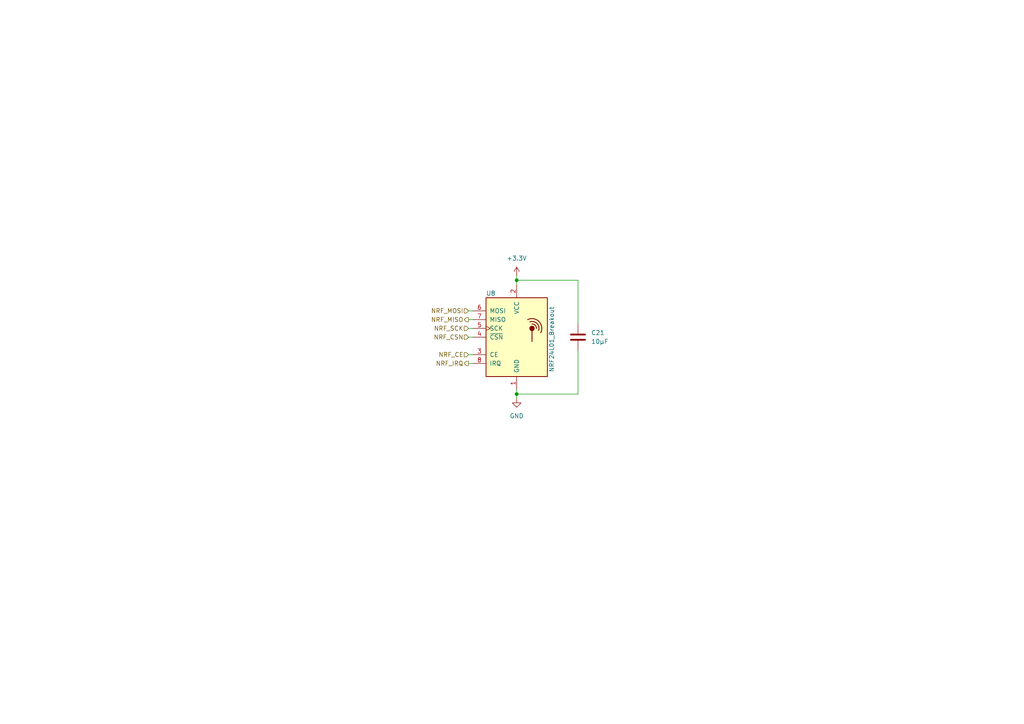
<source format=kicad_sch>
(kicad_sch (version 20211123) (generator eeschema)
  (paper "A4")
  (title_block (title "Communication") (date "2022-12-17") (rev "0.1.0"))
  (lib_symbols
    (symbol "Device:C" (pin_numbers hide) (pin_names (offset 0.254))
      (property "Reference" "C" (at 0.635 2.54 0))
      (property "Value" "C" (at 0.635 -2.54 0))
      (symbol "C_0_1"
        (polyline (pts (xy -2.032 -0.762) (xy 2.032 -0.762)) (stroke (width 0.508)))
        (polyline (pts (xy -2.032 0.762) (xy 2.032 0.762)) (stroke (width 0.508)))
      )
      (symbol "C_1_1"
        (pin passive line (at 0 3.81 270) (length 2.794) (name "~") (number "1"))
        (pin passive line (at 0 -3.81 90) (length 2.794) (name "~") (number "2"))
      )
    )
    (symbol "RF:NRF24L01_Breakout" (pin_names (offset 1.016))
      (property "Reference" "U" (at -8.89 12.7 0))
      (property "Value" "NRF24L01_Breakout" (at 3.81 12.7 0))
      (symbol "NRF24L01_Breakout_0_1"
        (rectangle (start -8.89 11.43) (end 8.89 -11.43) (stroke (width 0.254)) (fill (type background)))
        (polyline (pts (xy 4.445 1.905) (xy 4.445 -1.27)) (stroke (width 0.254)))
        (circle (center 4.445 2.54) (radius 0.635) (stroke (width 0.254)) (fill (type outline)))
        (arc (start 5.715 2.54) (mid 5.3521 3.4546) (end 4.445 3.81) (stroke (width 0.254)))
        (arc (start 6.35 1.905) (mid 5.8763 3.9854) (end 3.81 4.445) (stroke (width 0.254)))
        (arc (start 6.985 1.27) (mid 6.453 4.548) (end 3.175 5.08) (stroke (width 0.254)))
      )
      (symbol "NRF24L01_Breakout_1_1"
        (pin power_in line (at 0 -15.24 90) (length 3.81) (name "GND") (number "1"))
        (pin power_in line (at 0 15.24 270) (length 3.81) (name "VCC") (number "2"))
        (pin input line (at -12.7 -5.08 0) (length 3.81) (name "CE") (number "3"))
        (pin input line (at -12.7 0 0) (length 3.81) (name "~{CSN}") (number "4"))
        (pin input clock (at -12.7 2.54 0) (length 3.81) (name "SCK") (number "5"))
        (pin input line (at -12.7 7.62 0) (length 3.81) (name "MOSI") (number "6"))
        (pin output line (at -12.7 5.08 0) (length 3.81) (name "MISO") (number "7"))
        (pin output line (at -12.7 -7.62 0) (length 3.81) (name "IRQ") (number "8"))
      )
    )
    (symbol "power:+3.3V" (power) (pin_names (offset 0))
      (property "Value" "+3.3V" (at 0 3.556 0))
      (symbol "+3.3V_0_1"
        (polyline (pts (xy -0.762 1.27) (xy 0 2.54)))
        (polyline (pts (xy 0 0) (xy 0 2.54)))
        (polyline (pts (xy 0 2.54) (xy 0.762 1.27)))
      )
      (symbol "+3.3V_1_1"
        (pin power_in line (at 0 0 90) (length 0) hide (name "+3.3V") (number "1"))
      )
    )
    (symbol "power:GND" (power) (pin_names (offset 0))
      (property "Value" "GND" (at 0 -3.81 0))
      (symbol "GND_0_1"
        (polyline (pts (xy 0 0) (xy 0 -1.27) (xy 1.27 -1.27) (xy 0 -2.54) (xy -1.27 -1.27) (xy 0 -1.27)))
      )
      (symbol "GND_1_1"
        (pin power_in line (at 0 0 270) (length 0) hide (name "GND") (number "1"))
      )
    )
  )
  (junction (at 149.86 81.28))
  (junction (at 149.86 114.3))
  (wire (pts (xy 167.64 101.6) (xy 167.64 114.3)))
  (wire (pts (xy 137.16 95.25) (xy 135.89 95.25)))
  (wire (pts (xy 149.86 80.01) (xy 149.86 81.28)))
  (wire (pts (xy 149.86 113.03) (xy 149.86 114.3)))
  (wire (pts (xy 137.16 105.41) (xy 135.89 105.41)))
  (wire (pts (xy 137.16 92.71) (xy 135.89 92.71)))
  (wire (pts (xy 149.86 81.28) (xy 149.86 82.55)))
  (wire (pts (xy 137.16 90.17) (xy 135.89 90.17)))
  (wire (pts (xy 167.64 114.3) (xy 149.86 114.3)))
  (wire (pts (xy 149.86 114.3) (xy 149.86 115.57)))
  (wire (pts (xy 149.86 81.28) (xy 167.64 81.28)))
  (wire (pts (xy 137.16 97.79) (xy 135.89 97.79)))
  (wire (pts (xy 167.64 81.28) (xy 167.64 93.98)))
  (wire (pts (xy 137.16 102.87) (xy 135.89 102.87)))
  (hierarchical_label "NRF_CE" (shape input) (at 135.89 102.87 180))
  (hierarchical_label "NRF_MOSI" (shape input) (at 135.89 90.17 180))
  (hierarchical_label "NRF_MISO" (shape output) (at 135.89 92.71 180))
  (hierarchical_label "NRF_SCK" (shape input) (at 135.89 95.25 180))
  (hierarchical_label "NRF_IRQ" (shape output) (at 135.89 105.41 180))
  (hierarchical_label "NRF_CSN" (shape input) (at 135.89 97.79 180))
  (symbol (lib_id "power:+3.3V") (at 149.86 80.01 0) (unit 1)
    (property "Reference" "#PWR053" (effects hide))
    (property "Value" "+3.3V" (at 149.86 74.93 0))
  )
  (symbol (lib_id "power:GND") (at 149.86 115.57 0) (unit 1)
    (property "Reference" "#PWR054" (effects hide))
    (property "Value" "GND" (at 149.86 120.65 0))
  )
  (symbol (lib_id "Device:C") (at 167.64 97.79 0) (unit 1)
    (property "Reference" "C21" (at 171.45 96.5199 0) (effects (justify left)))
    (property "Value" "10μF" (at 171.45 99.0599 0) (effects (justify left)))
  )
  (symbol (lib_id "RF:NRF24L01_Breakout") (at 149.86 97.79 0) (unit 1)
    (property "Reference" "U8" (at 140.97 85.09 0) (effects (justify left)))
    (property "Value" "NRF24L01_Breakout" (at 160.02 107.95 90) (effects (justify left)))
    (property "Footprint" "RF_Module:nRF24L01_Breakout" (effects hide))
    (property "Datasheet" "http://www.nordicsemi.com/eng/content/download/2730/34105/file/nRF24L01_Product_Specification_v2_0.pdf" (effects hide))
  )
)
</source>
